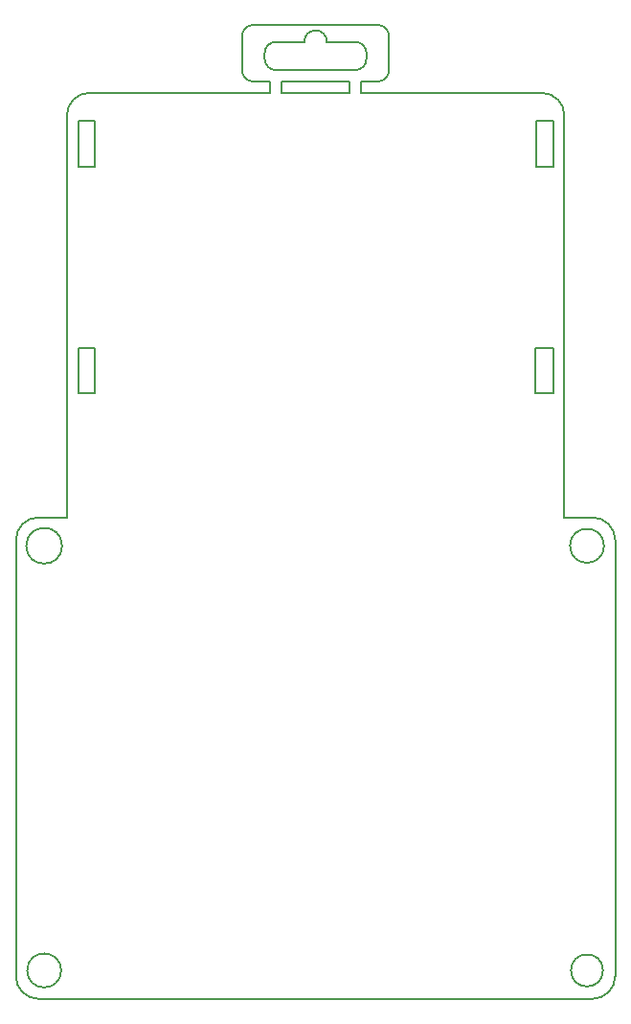
<source format=gbr>
G04 #@! TF.GenerationSoftware,KiCad,Pcbnew,(5.0.0)*
G04 #@! TF.CreationDate,2019-12-21T17:29:24+07:00*
G04 #@! TF.ProjectId,mrbot,6D72626F742E6B696361645F70636200,rev?*
G04 #@! TF.SameCoordinates,Original*
G04 #@! TF.FileFunction,Profile,NP*
%FSLAX46Y46*%
G04 Gerber Fmt 4.6, Leading zero omitted, Abs format (unit mm)*
G04 Created by KiCad (PCBNEW (5.0.0)) date 12/21/19 17:29:24*
%MOMM*%
%LPD*%
G01*
G04 APERTURE LIST*
%ADD10C,0.150000*%
%ADD11C,0.200000*%
G04 APERTURE END LIST*
D10*
X126000000Y-62000000D02*
X126000000Y-64500000D01*
X126000000Y-64500000D02*
X123500000Y-64500000D01*
X170000000Y-42000000D02*
X170000000Y-49500000D01*
X126000000Y-42000000D02*
X126000000Y-49500000D01*
X170000000Y-62000000D02*
X170000000Y-64500000D01*
D11*
X170000000Y-49500000D02*
X170000000Y-62000000D01*
X170000000Y-29000000D02*
X170000000Y-42000000D01*
X126000000Y-29000000D02*
X126000000Y-42000000D01*
X126000000Y-49500000D02*
X126000000Y-62000000D01*
D10*
X151000000Y-27000000D02*
X145000000Y-27000000D01*
X151000000Y-26000000D02*
X151000000Y-27000000D01*
X145000000Y-26000000D02*
X151000000Y-26000000D01*
X152000000Y-26000000D02*
X153500000Y-26000000D01*
X152000000Y-27000000D02*
X152000000Y-26000000D01*
X153500000Y-27000000D02*
X152000000Y-27000000D01*
X145000000Y-26000000D02*
X145000000Y-27000000D01*
X144000000Y-26000000D02*
X142500000Y-26000000D01*
X144000000Y-27000000D02*
X144000000Y-26000000D01*
X142500000Y-27000000D02*
X144000000Y-27000000D01*
X152500000Y-24000000D02*
X152500000Y-23500000D01*
X144500000Y-25000000D02*
X151500000Y-25000000D01*
X143500000Y-23500000D02*
X143500000Y-24000000D01*
X147000000Y-22500000D02*
X144500000Y-22500000D01*
X151500000Y-22500000D02*
X149000000Y-22500000D01*
X147000000Y-22500000D02*
G75*
G02X149000000Y-22500000I1000000J0D01*
G01*
X151500000Y-22500000D02*
G75*
G02X152500000Y-23500000I0J-1000000D01*
G01*
X143500000Y-23500000D02*
G75*
G02X144500000Y-22500000I1000000J0D01*
G01*
X144500000Y-25000000D02*
G75*
G02X143500000Y-24000000I0J1000000D01*
G01*
X152500000Y-24000000D02*
G75*
G02X151500000Y-25000000I-1000000J0D01*
G01*
X154500000Y-25000000D02*
X154500000Y-22000000D01*
X141500000Y-22000000D02*
X141500000Y-25000000D01*
X153500000Y-21000000D02*
X142500000Y-21000000D01*
X153500000Y-21000000D02*
G75*
G02X154500000Y-22000000I0J-1000000D01*
G01*
X141500000Y-22000000D02*
G75*
G02X142500000Y-21000000I1000000J0D01*
G01*
X142500000Y-26000000D02*
G75*
G02X141500000Y-25000000I0J1000000D01*
G01*
X141000000Y-27000000D02*
X142500000Y-27000000D01*
X155000000Y-27000000D02*
X153500000Y-27000000D01*
X154500000Y-25000000D02*
G75*
G02X153500000Y-26000000I-1000000J0D01*
G01*
X141000000Y-27000000D02*
X128000000Y-27000000D01*
X168000000Y-27000000D02*
X155000000Y-27000000D01*
X172500000Y-107000000D02*
X123500000Y-107000000D01*
X174500000Y-66500000D02*
X174500000Y-105000000D01*
X170000000Y-64500000D02*
X172500000Y-64500000D01*
X121500000Y-105000000D02*
X121500000Y-66500000D01*
X126000000Y-29000000D02*
G75*
G02X128000000Y-27000000I2000000J0D01*
G01*
X168000000Y-27000000D02*
G75*
G02X170000000Y-29000000I0J-2000000D01*
G01*
X174500000Y-105000000D02*
G75*
G02X172500000Y-107000000I-2000000J0D01*
G01*
X123500000Y-107000000D02*
G75*
G02X121500000Y-105000000I0J2000000D01*
G01*
X172500000Y-64500000D02*
G75*
G02X174500000Y-66500000I0J-2000000D01*
G01*
X121500000Y-66500000D02*
G75*
G02X123500000Y-64500000I2000000J0D01*
G01*
X127000000Y-53500000D02*
X127000000Y-49500000D01*
X128500000Y-53500000D02*
X127000000Y-53500000D01*
X128500000Y-49500000D02*
X128500000Y-53500000D01*
X127000000Y-49500000D02*
X128500000Y-49500000D01*
X127000000Y-33500000D02*
X127000000Y-29500000D01*
X128500000Y-33500000D02*
X127000000Y-33500000D01*
X128500000Y-29500000D02*
X128500000Y-33500000D01*
X127000000Y-29500000D02*
X128500000Y-29500000D01*
X167500000Y-33500000D02*
X167500000Y-29500000D01*
X169000000Y-33500000D02*
X167500000Y-33500000D01*
X169000000Y-29500000D02*
X169000000Y-33500000D01*
X167500000Y-29500000D02*
X169000000Y-29500000D01*
X167450000Y-53500000D02*
X167450000Y-49500000D01*
X167500000Y-53500000D02*
X167450000Y-53500000D01*
X169050000Y-53500000D02*
X167500000Y-53500000D01*
X169050000Y-49500000D02*
X169050000Y-53500000D01*
X167450000Y-49500000D02*
X169050000Y-49500000D01*
X125500000Y-104500000D02*
G75*
G03X125500000Y-104500000I-1500000J0D01*
G01*
X125581139Y-67000000D02*
G75*
G03X125581139Y-67000000I-1581139J0D01*
G01*
X173414214Y-104500000D02*
G75*
G03X173414214Y-104500000I-1414214J0D01*
G01*
X173500000Y-67000000D02*
G75*
G03X173500000Y-67000000I-1500000J0D01*
G01*
M02*

</source>
